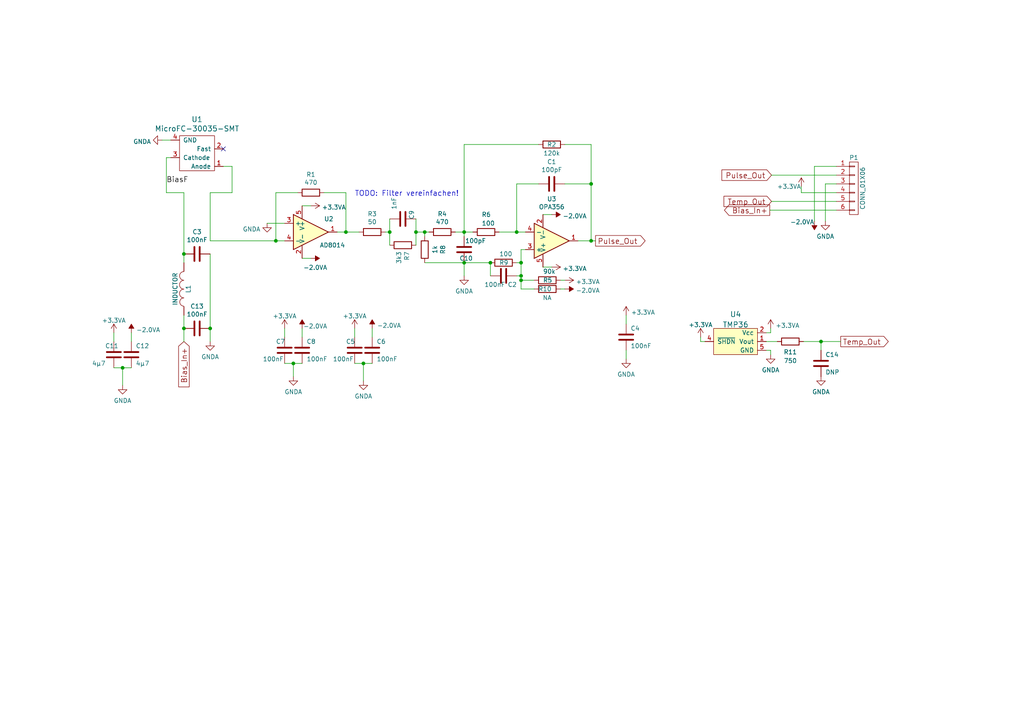
<source format=kicad_sch>
(kicad_sch (version 20211123) (generator eeschema)
  (paper "A4")
  (title_block (title "RadIIs Module") (date "2016-12-15") (rev "1.0b") (company "RadIIS"))
  (lib_symbols
    (symbol "RadIIS_module-rescue:-2.0VA" (power) (pin_names (offset 0))
      (property "Value" "-2.0VA" (at 0 3.81 0))
      (symbol "-2.0VA_0_0"
        (pin power_in line (at 0 0 90) (length 0) hide (name "-2.0VA") (number "1"))
      )
      (symbol "-2.0VA_0_1"
        (polyline (pts (xy 0 0) (xy 0 1.27) (xy 0.762 1.27) (xy 0 2.54) (xy -0.762 1.27) (xy 0 1.27)) (fill (type outline)))
      )
    )
    (symbol "RadIIS_module-rescue:C" (pin_numbers hide) (pin_names (offset 0.254))
      (property "Reference" "C" (at 0.635 2.54 0))
      (property "Value" "C" (at 0.635 -2.54 0))
      (symbol "C_0_1"
        (polyline (pts (xy -2.032 -0.762) (xy 2.032 -0.762)) (stroke (width 0.508)))
        (polyline (pts (xy -2.032 0.762) (xy 2.032 0.762)) (stroke (width 0.508)))
      )
      (symbol "C_1_1"
        (pin passive line (at 0 3.81 270) (length 2.794) (name "~") (number "1"))
        (pin passive line (at 0 -3.81 90) (length 2.794) (name "~") (number "2"))
      )
    )
    (symbol "RadIIS_module-rescue:CONN_01X06" (pin_names (offset 1.016) hide)
      (property "Reference" "P" (at 0 8.89 0))
      (property "Value" "CONN_01X06" (at 2.54 0 90))
      (symbol "CONN_01X06_0_1"
        (rectangle (start -1.27 -6.223) (end 0.254 -6.477))
        (rectangle (start -1.27 -3.683) (end 0.254 -3.937))
        (rectangle (start -1.27 -1.143) (end 0.254 -1.397))
        (rectangle (start -1.27 1.397) (end 0.254 1.143))
        (rectangle (start -1.27 3.937) (end 0.254 3.683))
        (rectangle (start -1.27 6.477) (end 0.254 6.223))
        (rectangle (start -1.27 7.62) (end 1.27 -7.62))
      )
      (symbol "CONN_01X06_1_1"
        (pin passive line (at -5.08 6.35 0) (length 3.81) (name "P1") (number "1"))
        (pin passive line (at -5.08 3.81 0) (length 3.81) (name "P2") (number "2"))
        (pin passive line (at -5.08 1.27 0) (length 3.81) (name "P3") (number "3"))
        (pin passive line (at -5.08 -1.27 0) (length 3.81) (name "P4") (number "4"))
        (pin passive line (at -5.08 -3.81 0) (length 3.81) (name "P5") (number "5"))
        (pin passive line (at -5.08 -6.35 0) (length 3.81) (name "P6") (number "6"))
      )
    )
    (symbol "RadIIS_module-rescue:INDUCTOR" (pin_numbers hide) (pin_names (offset 1.016) hide)
      (property "Reference" "L" (at -1.27 0 90))
      (property "Value" "INDUCTOR" (at 2.54 0 90))
      (symbol "INDUCTOR_0_1"
        (arc (start 0.0254 -5.0546) (mid 1.2449 -3.8097) (end 0.0254 -2.54))
        (arc (start 0.0254 -2.5146) (mid 1.2703 -1.2444) (end 0.0254 0.0508))
        (arc (start 0.0254 0.0254) (mid 1.2703 1.2956) (end 0.0254 2.5908))
        (arc (start 0.0254 2.5654) (mid 1.1941 3.7595) (end 0.0254 4.9784))
      )
      (symbol "INDUCTOR_1_1"
        (pin passive line (at 0 7.62 270) (length 2.54) (name "1") (number "1"))
        (pin passive line (at 0 -7.62 90) (length 2.54) (name "2") (number "2"))
      )
    )
    (symbol "RadIIS_module-rescue:MicroFC-30035-SMT" (pin_names (offset 1.016))
      (property "Reference" "U" (at 3.81 6.35 0))
      (property "Value" "MicroFC-30035-SMT" (at 0 -6.35 0))
      (symbol "MicroFC-30035-SMT_0_1"
        (rectangle (start -5.08 5.08) (end 5.08 -5.08))
      )
      (symbol "MicroFC-30035-SMT_1_1"
        (pin input line (at -7.62 3.81 0) (length 2.54) (name "Anode") (number "1"))
        (pin input line (at -7.62 -1.27 0) (length 2.54) (name "Fast") (number "2"))
        (pin input line (at 7.62 1.27 180) (length 2.54) (name "Cathode") (number "3"))
        (pin input line (at 7.62 -3.81 180) (length 2.54) (name "GND") (number "4"))
      )
    )
    (symbol "RadIIS_module-rescue:OPA356"
      (property "Reference" "U" (at 0 5.08 0))
      (property "Value" "OPA356" (at 0 -5.08 0))
      (symbol "OPA356_0_1"
        (polyline (pts (xy -5.08 5.08) (xy 5.08 0) (xy -5.08 -5.08) (xy -5.08 5.08)) (stroke (width 0.254)) (fill (type background)))
        (pin power_in line (at -2.54 -7.62 90) (length 3.81) (name "V-") (number "2"))
        (pin power_in line (at -2.54 7.62 270) (length 3.81) (name "V+") (number "5"))
      )
      (symbol "OPA356_1_1"
        (pin output line (at 7.62 0 180) (length 2.54) (name "~") (number "1"))
        (pin input line (at -7.62 2.54 0) (length 2.54) (name "+") (number "3"))
        (pin input line (at -7.62 -2.54 0) (length 2.54) (name "-") (number "4"))
      )
    )
    (symbol "RadIIS_module-rescue:R" (pin_numbers hide) (pin_names (offset 0))
      (property "Reference" "R" (at 2.032 0 90))
      (property "Value" "R" (at 0 0 90))
      (symbol "R_0_1"
        (rectangle (start -1.016 -2.54) (end 1.016 2.54) (stroke (width 0.254)))
      )
      (symbol "R_1_1"
        (pin passive line (at 0 3.81 270) (length 1.27) (name "~") (number "1"))
        (pin passive line (at 0 -3.81 90) (length 1.27) (name "~") (number "2"))
      )
    )
    (symbol "RadIIS_module-rescue:TMP36" (pin_names (offset 1.016))
      (property "Reference" "U" (at -5.08 5.08 0))
      (property "Value" "TMP36" (at 2.54 -5.08 0))
      (symbol "TMP36_0_1"
        (rectangle (start -6.35 3.81) (end 6.35 -3.81) (fill (type background)))
      )
      (symbol "TMP36_1_1"
        (pin output line (at 8.89 0 180) (length 2.54) (name "Vout") (number "1"))
        (pin input line (at 8.89 2.54 180) (length 2.54) (name "Vcc") (number "2"))
        (pin no_connect line (at -8.89 -2.54 0) (length 2.54) hide (name "NC") (number "3"))
        (pin input line (at -8.89 0 0) (length 2.54) (name "~{SHDN}") (number "4"))
        (pin input line (at 8.89 -2.54 180) (length 2.54) (name "GND") (number "5"))
      )
    )
    (symbol "power:+3.3VA" (power) (pin_names (offset 0))
      (property "Value" "+3.3VA" (at 0 3.556 0))
      (symbol "+3.3VA_0_1"
        (polyline (pts (xy -0.762 1.27) (xy 0 2.54)))
        (polyline (pts (xy 0 0) (xy 0 2.54)))
        (polyline (pts (xy 0 2.54) (xy 0.762 1.27)))
      )
      (symbol "+3.3VA_1_1"
        (pin power_in line (at 0 0 90) (length 0) hide (name "+3.3VA") (number "1"))
      )
    )
    (symbol "power:GNDA" (power) (pin_names (offset 0))
      (property "Value" "GNDA" (at 0 -3.81 0))
      (symbol "GNDA_0_1"
        (polyline (pts (xy 0 0) (xy 0 -1.27) (xy 1.27 -1.27) (xy 0 -2.54) (xy -1.27 -1.27) (xy 0 -1.27)))
      )
      (symbol "GNDA_1_1"
        (pin power_in line (at 0 0 270) (length 0) hide (name "GNDA") (number "1"))
      )
    )
  )
  (junction (at 85.09 105.41))
  (junction (at 35.56 106.68))
  (junction (at 134.62 67.31))
  (junction (at 151.13 81.28))
  (junction (at 60.96 95.25))
  (junction (at 113.03 67.31))
  (junction (at 120.65 67.31))
  (junction (at 53.34 95.25))
  (junction (at 142.24 76.2))
  (junction (at 80.01 69.85))
  (junction (at 100.33 67.31))
  (junction (at 105.41 105.41))
  (junction (at 123.19 67.31))
  (junction (at 238.125 99.06))
  (junction (at 53.34 73.66))
  (junction (at 171.45 69.85))
  (junction (at 149.86 67.31))
  (junction (at 171.45 53.34))
  (junction (at 151.13 76.2))
  (junction (at 151.13 80.01))
  (junction (at 134.62 76.2))
  (no_connect (at 64.77 43.18))
  (wire (pts (xy 90.17 74.93) (xy 87.63 74.93)))
  (wire (pts (xy 53.34 95.25) (xy 53.34 99.06)))
  (wire (pts (xy 242.57 50.8) (xy 223.774 50.8)))
  (wire (pts (xy 60.96 55.88) (xy 67.31 55.88)))
  (wire (pts (xy 171.45 53.34) (xy 171.45 69.85)))
  (wire (pts (xy 236.22 48.26) (xy 242.57 48.26)))
  (wire (pts (xy 82.55 105.41) (xy 85.09 105.41)))
  (wire (pts (xy 160.02 77.47) (xy 157.48 77.47)))
  (wire (pts (xy 87.63 59.69) (xy 90.17 59.69)))
  (wire (pts (xy 60.96 69.85) (xy 80.01 69.85)))
  (wire (pts (xy 222.25 99.06) (xy 225.425 99.06)))
  (wire (pts (xy 163.83 83.82) (xy 162.56 83.82)))
  (wire (pts (xy 134.62 41.91) (xy 134.62 67.31)))
  (wire (pts (xy 67.31 55.88) (xy 67.31 48.26)))
  (wire (pts (xy 167.64 69.85) (xy 171.45 69.85)))
  (wire (pts (xy 35.56 106.68) (xy 35.56 111.76)))
  (wire (pts (xy 151.13 72.39) (xy 151.13 76.2)))
  (wire (pts (xy 223.52 101.6) (xy 223.52 102.87)))
  (wire (pts (xy 48.26 45.72) (xy 48.26 55.88)))
  (wire (pts (xy 163.83 41.91) (xy 171.45 41.91)))
  (wire (pts (xy 134.62 67.31) (xy 134.62 68.58)))
  (wire (pts (xy 171.45 69.85) (xy 172.72 69.85)))
  (wire (pts (xy 151.13 76.2) (xy 151.13 80.01)))
  (wire (pts (xy 86.36 55.88) (xy 80.01 55.88)))
  (wire (pts (xy 152.4 67.31) (xy 149.86 67.31)))
  (wire (pts (xy 236.22 64.135) (xy 236.22 48.26)))
  (wire (pts (xy 53.34 73.66) (xy 53.34 76.2)))
  (wire (pts (xy 149.86 76.2) (xy 151.13 76.2)))
  (wire (pts (xy 151.13 80.01) (xy 149.86 80.01)))
  (wire (pts (xy 48.26 55.88) (xy 53.34 55.88)))
  (wire (pts (xy 82.55 95.25) (xy 82.55 97.79)))
  (wire (pts (xy 113.03 67.31) (xy 111.76 67.31)))
  (wire (pts (xy 60.96 95.25) (xy 60.96 99.06)))
  (wire (pts (xy 151.13 72.39) (xy 152.4 72.39)))
  (wire (pts (xy 60.96 55.88) (xy 60.96 69.85)))
  (wire (pts (xy 113.03 67.31) (xy 113.03 71.12)))
  (wire (pts (xy 100.33 67.31) (xy 104.14 67.31)))
  (wire (pts (xy 171.45 53.34) (xy 163.83 53.34)))
  (wire (pts (xy 223.774 58.42) (xy 242.57 58.42)))
  (wire (pts (xy 100.33 55.88) (xy 93.98 55.88)))
  (wire (pts (xy 203.2 99.06) (xy 203.2 97.79)))
  (wire (pts (xy 134.62 76.2) (xy 134.62 80.01)))
  (wire (pts (xy 60.96 73.66) (xy 60.96 95.25)))
  (wire (pts (xy 242.57 53.34) (xy 239.395 53.34)))
  (wire (pts (xy 97.79 67.31) (xy 100.33 67.31)))
  (wire (pts (xy 223.52 95.25) (xy 223.52 96.52)))
  (wire (pts (xy 53.34 91.44) (xy 53.34 95.25)))
  (wire (pts (xy 85.09 105.41) (xy 87.63 105.41)))
  (wire (pts (xy 53.34 55.88) (xy 53.34 73.66)))
  (wire (pts (xy 120.65 67.31) (xy 123.19 67.31)))
  (wire (pts (xy 163.83 81.28) (xy 162.56 81.28)))
  (wire (pts (xy 151.13 83.82) (xy 154.94 83.82)))
  (wire (pts (xy 123.19 67.31) (xy 124.46 67.31)))
  (wire (pts (xy 35.56 106.68) (xy 38.1 106.68)))
  (wire (pts (xy 80.01 69.85) (xy 82.55 69.85)))
  (wire (pts (xy 67.31 48.26) (xy 64.77 48.26)))
  (wire (pts (xy 102.87 105.41) (xy 105.41 105.41)))
  (wire (pts (xy 142.24 76.2) (xy 142.24 80.01)))
  (wire (pts (xy 151.13 81.28) (xy 151.13 83.82)))
  (wire (pts (xy 134.62 67.31) (xy 132.08 67.31)))
  (wire (pts (xy 80.01 55.88) (xy 80.01 69.85)))
  (wire (pts (xy 151.13 80.01) (xy 151.13 81.28)))
  (wire (pts (xy 87.63 97.79) (xy 87.63 95.25)))
  (wire (pts (xy 137.16 67.31) (xy 134.62 67.31)))
  (wire (pts (xy 49.53 45.72) (xy 48.26 45.72)))
  (wire (pts (xy 156.21 41.91) (xy 134.62 41.91)))
  (wire (pts (xy 38.1 96.52) (xy 38.1 99.06)))
  (wire (pts (xy 238.125 99.06) (xy 238.125 101.6)))
  (wire (pts (xy 120.65 67.31) (xy 120.65 71.12)))
  (wire (pts (xy 154.94 81.28) (xy 151.13 81.28)))
  (wire (pts (xy 204.47 99.06) (xy 203.2 99.06)))
  (wire (pts (xy 171.45 41.91) (xy 171.45 53.34)))
  (wire (pts (xy 242.57 55.88) (xy 232.41 55.88)))
  (wire (pts (xy 120.65 63.5) (xy 120.65 67.31)))
  (wire (pts (xy 242.57 60.96) (xy 223.266 60.96)))
  (wire (pts (xy 134.62 76.2) (xy 142.24 76.2)))
  (wire (pts (xy 232.41 54.102) (xy 232.41 55.88)))
  (wire (pts (xy 85.09 105.41) (xy 85.09 109.22)))
  (wire (pts (xy 238.125 99.06) (xy 243.84 99.06)))
  (wire (pts (xy 107.95 95.25) (xy 107.95 97.79)))
  (wire (pts (xy 123.19 76.2) (xy 134.62 76.2)))
  (wire (pts (xy 46.99 40.64) (xy 49.53 40.64)))
  (wire (pts (xy 181.61 91.44) (xy 181.61 93.98)))
  (wire (pts (xy 222.25 101.6) (xy 223.52 101.6)))
  (wire (pts (xy 181.61 101.6) (xy 181.61 104.14)))
  (wire (pts (xy 105.41 105.41) (xy 105.41 110.49)))
  (wire (pts (xy 113.03 63.5) (xy 113.03 67.31)))
  (wire (pts (xy 233.045 99.06) (xy 238.125 99.06)))
  (wire (pts (xy 102.87 95.25) (xy 102.87 97.79)))
  (wire (pts (xy 82.55 64.77) (xy 77.47 64.77)))
  (wire (pts (xy 149.86 67.31) (xy 149.86 53.34)))
  (wire (pts (xy 105.41 105.41) (xy 107.95 105.41)))
  (wire (pts (xy 33.02 96.52) (xy 33.02 99.06)))
  (wire (pts (xy 160.02 62.23) (xy 157.48 62.23)))
  (wire (pts (xy 223.52 96.52) (xy 222.25 96.52)))
  (wire (pts (xy 123.19 68.58) (xy 123.19 67.31)))
  (wire (pts (xy 149.86 67.31) (xy 144.78 67.31)))
  (wire (pts (xy 149.86 53.34) (xy 156.21 53.34)))
  (wire (pts (xy 33.02 106.68) (xy 35.56 106.68)))
  (wire (pts (xy 239.395 53.34) (xy 239.395 64.135)))
  (wire (pts (xy 100.33 67.31) (xy 100.33 55.88)))
  (text "TODO: Filter vereinfachen!" (at 102.87 57.15 0) (effects (font (size 1.524 1.524)) (justify left bottom)))
  (label "BiasF" (at 48.26 53.34 0) (effects (font (size 1.524 1.524))))
  (global_label "Temp_Out" (shape input) (at 223.774 58.42 180) (effects (font (size 1.524 1.524))) (property "Intersheet References" "${INTERSHEET_REFS}" (effects hide)))
  (global_label "Temp_Out" (shape output) (at 243.84 99.06 0) (effects (font (size 1.524 1.524))) (property "Intersheet References" "${INTERSHEET_REFS}" (effects hide)))
  (global_label "Bias_In+" (shape output) (at 223.266 60.96 180) (effects (font (size 1.5494 1.5494))) (property "Intersheet References" "${INTERSHEET_REFS}" (effects hide)))
  (global_label "Pulse_Out" (shape output) (at 172.72 69.85 0) (effects (font (size 1.5494 1.5494))) (property "Intersheet References" "${INTERSHEET_REFS}" (effects hide)))
  (global_label "Bias_In+" (shape input) (at 53.34 99.06 270) (effects (font (size 1.5494 1.5494))) (property "Intersheet References" "${INTERSHEET_REFS}" (effects hide)))
  (global_label "Pulse_Out" (shape input) (at 223.774 50.8 180) (effects (font (size 1.5494 1.5494))) (property "Intersheet References" "${INTERSHEET_REFS}" (effects hide)))
  (symbol (lib_id "RadIIS_module-rescue:C") (at 57.15 73.66 270) (unit 1)
    (property "Reference" "C3" (at 57.15 67.2592 90))
    (property "Value" "100nF" (at 57.15 69.5706 90))
    (property "Footprint" "Capacitor_SMD:C_0603_1608Metric" (effects hide))
    (property "Digikey Nr" "1292-1392-1-ND" (effects hide))
    (property "Digikey Price" "0.09" (effects hide))
  )
  (symbol (lib_id "RadIIS_module-rescue:R") (at 90.17 55.88 270) (unit 1)
    (property "Reference" "R1" (at 90.17 50.6222 90))
    (property "Value" "470" (at 90.17 52.9336 90))
    (property "Footprint" "Resistor_SMD:R_0603_1608Metric" (effects hide))
    (property "Digikey Nr" " 311-470HRCT-ND " (effects hide))
    (property "Digikey Price" "0.09" (effects hide))
  )
  (symbol (lib_id "RadIIS_module-rescue:R") (at 107.95 67.31 270) (unit 1)
    (property "Reference" "R3" (at 107.95 62.0522 90))
    (property "Value" "50" (at 107.95 64.3636 90))
    (property "Footprint" "Resistor_SMD:R_0603_1608Metric" (effects hide))
    (property "Digikey Nr" " 311-51.0HRCT-ND " (effects hide))
    (property "Digikey Price" "0.09" (effects hide))
  )
  (symbol (lib_id "RadIIS_module-rescue:C") (at 146.05 80.01 270) (unit 1)
    (property "Reference" "C2" (at 148.59 82.55 90))
    (property "Value" "100nF" (at 143.51 82.55 90))
    (property "Footprint" "Capacitor_SMD:C_0603_1608Metric" (effects hide))
    (property "Digikey Nr" " 1292-1392-1-ND" (effects hide))
    (property "Digikey Price" "0.09" (effects hide))
  )
  (symbol (lib_id "RadIIS_module-rescue:C") (at 160.02 53.34 270) (unit 1)
    (property "Reference" "C1" (at 160.02 46.9392 90))
    (property "Value" "100pF" (at 160.02 49.2506 90))
    (property "Footprint" "Capacitor_SMD:C_0603_1608Metric" (effects hide))
    (property "Digikey Nr" "311-1069-1-ND " (effects hide))
    (property "Digikey Price" "0.09" (effects hide))
  )
  (symbol (lib_id "RadIIS_module-rescue:R") (at 160.02 41.91 270) (unit 1)
    (property "Reference" "R2" (at 160.02 41.91 90))
    (property "Value" "120k" (at 160.02 44.45 90))
    (property "Footprint" "Resistor_SMD:R_0603_1608Metric" (effects hide))
    (property "Digikey Nr" " 311-120KHRCT-ND " (effects hide))
    (property "Digikey Price" "0.09" (effects hide))
  )
  (symbol (lib_id "RadIIS_module-rescue:C") (at 82.55 101.6 180) (unit 1)
    (property "Reference" "C7" (at 80.01 99.06 0) (effects (justify right)))
    (property "Value" "100nF" (at 76.2 104.14 0) (effects (justify right)))
    (property "Footprint" "Capacitor_SMD:C_0603_1608Metric" (effects hide))
    (property "Digikey Nr" " 1292-1392-1-ND" (effects hide))
    (property "Digikey Price" "0.09" (effects hide))
  )
  (symbol (lib_id "RadIIS_module-rescue:C") (at 87.63 101.6 180) (unit 1)
    (property "Reference" "C8" (at 88.9 99.06 0) (effects (justify right)))
    (property "Value" "100nF" (at 88.9 104.14 0) (effects (justify right)))
    (property "Footprint" "Capacitor_SMD:C_0603_1608Metric" (effects hide))
    (property "Digikey Nr" " 1292-1392-1-ND" (effects hide))
    (property "Digikey Price" "0.09" (effects hide))
  )
  (symbol (lib_id "RadIIS_module-rescue:C") (at 102.87 101.6 180) (unit 1)
    (property "Reference" "C5" (at 100.33 99.06 0) (effects (justify right)))
    (property "Value" "100nF" (at 96.52 104.14 0) (effects (justify right)))
    (property "Footprint" "Capacitor_SMD:C_0603_1608Metric" (effects hide))
    (property "Digikey Nr" " 1292-1392-1-ND" (effects hide))
    (property "Digikey Price" "0.09" (effects hide))
  )
  (symbol (lib_id "RadIIS_module-rescue:C") (at 107.95 101.6 180) (unit 1)
    (property "Reference" "C6" (at 109.22 99.06 0) (effects (justify right)))
    (property "Value" "100nF" (at 109.22 104.14 0) (effects (justify right)))
    (property "Footprint" "Capacitor_SMD:C_0603_1608Metric" (effects hide))
    (property "Digikey Nr" " 1292-1392-1-ND" (effects hide))
    (property "Digikey Price" "0.09" (effects hide))
  )
  (symbol (lib_id "RadIIS_module-rescue:C") (at 181.61 97.79 180) (unit 1)
    (property "Reference" "C4" (at 182.88 95.25 0) (effects (justify right)))
    (property "Value" "100nF" (at 182.88 100.33 0) (effects (justify right)))
    (property "Footprint" "Capacitor_SMD:C_0603_1608Metric" (effects hide))
    (property "Digikey Nr" " 1292-1392-1-ND" (effects hide))
    (property "Digikey Price" "0.09" (effects hide))
  )
  (symbol (lib_id "RadIIS_module-rescue:OPA356") (at 90.17 67.31 0) (unit 1)
    (property "Reference" "U2" (at 93.98 63.5 0) (effects (justify left)))
    (property "Value" "AD8014" (at 92.71 71.12 0) (effects (justify left)))
    (property "Footprint" "Package_TO_SOT_SMD:SOT-23-5" (effects hide))
    (property "Digikey Nr" " AD8014ARTZ-REEL7CT-ND" (effects hide))
    (property "Digikey Price" "2.57" (effects hide))
  )
  (symbol (lib_id "RadIIS_module-rescue:OPA356") (at 160.02 69.85 0) (mirror x) (unit 1)
    (property "Reference" "U3" (at 160.02 57.7088 0))
    (property "Value" "OPA356" (at 160.02 60.0202 0))
    (property "Footprint" "Package_TO_SOT_SMD:SOT-23-5" (effects hide))
    (property "Digikey Nr" " 296-32191-1-ND" (effects hide))
    (property "Digikey Price" "1.68" (effects hide))
  )
  (symbol (lib_id "RadIIS_module-rescue:R") (at 116.84 71.12 90) (unit 1)
    (property "Reference" "R7" (at 118.0084 72.898 0) (effects (justify right)))
    (property "Value" "3k3" (at 115.697 72.898 0) (effects (justify right)))
    (property "Footprint" "Resistor_SMD:R_0603_1608Metric" (effects hide))
    (property "Digikey Nr" " 311-3.30KHRCT-ND " (effects hide))
    (property "Digikey Price" "0.09" (effects hide))
  )
  (symbol (lib_id "RadIIS_module-rescue:C") (at 116.84 63.5 90) (unit 1)
    (property "Reference" "C9" (at 119.38 60.96 0) (effects (justify right)))
    (property "Value" "1nF" (at 114.3 57.15 0) (effects (justify right)))
    (property "Footprint" "Capacitor_SMD:C_0603_1608Metric" (effects hide))
    (property "Digikey Nr" "1292-1475-1-ND" (effects hide))
    (property "Digikey Price" "0.12" (effects hide))
  )
  (symbol (lib_id "RadIIS_module-rescue:R") (at 128.27 67.31 270) (unit 1)
    (property "Reference" "R4" (at 128.27 62.0522 90))
    (property "Value" "470" (at 128.27 64.3636 90))
    (property "Footprint" "Resistor_SMD:R_0603_1608Metric" (effects hide))
    (property "Digikey Nr" " 311-470HRCT-ND " (effects hide))
    (property "Digikey Price" "0.09" (effects hide))
  )
  (symbol (lib_id "RadIIS_module-rescue:R") (at 123.19 72.39 180) (unit 1)
    (property "Reference" "R8" (at 128.4478 72.39 90))
    (property "Value" "1k" (at 126.1364 72.39 90))
    (property "Footprint" "Resistor_SMD:R_0603_1608Metric" (effects hide))
    (property "Digikey Nr" "311-1.00KHRCT-ND" (effects hide))
    (property "Digikey Price" "0.09" (effects hide))
  )
  (symbol (lib_id "RadIIS_module-rescue:C") (at 134.62 72.39 0) (unit 1)
    (property "Reference" "C10" (at 137.16 74.93 0) (effects (justify right)))
    (property "Value" "100pF" (at 140.97 69.85 0) (effects (justify right)))
    (property "Footprint" "Capacitor_SMD:C_0603_1608Metric" (effects hide))
    (property "Digikey Nr" "311-1069-1-ND " (effects hide))
    (property "Digikey Price" "0.09" (effects hide))
  )
  (symbol (lib_id "RadIIS_module-rescue:R") (at 140.97 67.31 90) (unit 1)
    (property "Reference" "R6" (at 139.7 62.23 90) (effects (justify right)))
    (property "Value" "100" (at 139.7 64.77 90) (effects (justify right)))
    (property "Footprint" "Resistor_SMD:R_0603_1608Metric" (effects hide))
    (property "Digikey Nr" "311-100HRCT-ND" (effects hide))
    (property "Digikey Price" "0.09" (effects hide))
  )
  (symbol (lib_id "RadIIS_module-rescue:R") (at 146.05 76.2 90) (unit 1)
    (property "Reference" "R9" (at 144.78 76.2 90) (effects (justify right)))
    (property "Value" "100" (at 144.78 73.66 90) (effects (justify right)))
    (property "Footprint" "Resistor_SMD:R_0603_1608Metric" (effects hide))
    (property "Digikey Nr" "311-100HRCT-ND" (effects hide))
    (property "Digikey Price" "0.09" (effects hide))
  )
  (symbol (lib_id "RadIIS_module-rescue:MicroFC-30035-SMT") (at 57.15 44.45 180) (unit 1)
    (property "Reference" "U1" (at 57.15 34.6202 0) (effects (font (size 1.524 1.524))))
    (property "Value" "MicroFC-30035-SMT" (at 57.15 37.3126 0) (effects (font (size 1.524 1.524))))
    (property "Footprint" "RadIIS_footprints_NEW:MicroFC-30035-SMT-C1" (effects hide))
    (property "Comment" "Maybe 20u/50u CellSize? Mouser: 44 Euro" (effects hide))
    (property "Digikey Nr" " MICROFC-30035-SMT-TR1OS-ND" (effects hide))
    (property "Digikey Price" "49.96" (effects hide))
  )
  (symbol (lib_id "RadIIS_module-rescue:TMP36") (at 213.36 99.06 0) (unit 1)
    (property "Reference" "U4" (at 213.36 91.1659 0) (effects (font (size 1.524 1.524))))
    (property "Value" "TMP36" (at 213.36 94.1593 0) (effects (font (size 1.524 1.524))))
    (property "Footprint" "Package_TO_SOT_SMD:SOT-23-5" (effects hide))
    (property "Digikey Nr" " TMP36GRTZ-REEL7CT-ND " (effects hide))
    (property "Digikey Price" "1.59" (effects hide))
  )
  (symbol (lib_id "RadIIS_module-rescue:CONN_01X06") (at 247.65 54.61 0) (unit 1)
    (property "Reference" "P1" (at 247.65 45.72 0))
    (property "Value" "CONN_01X06" (at 250.19 54.61 90))
    (property "Footprint" "RadIIS_footprints_NEW:CardEdgeConnector" (effects hide))
    (property "Digikey Nr" "NA" (effects hide))
  )
  (symbol (lib_id "RadIIS_module-rescue:C") (at 33.02 102.87 180) (unit 1)
    (property "Reference" "C11" (at 30.48 100.33 0) (effects (justify right)))
    (property "Value" "4µ7" (at 26.67 105.41 0) (effects (justify right)))
    (property "Footprint" "Capacitor_SMD:C_1206_3216Metric" (effects hide))
    (property "Digikey Nr" " 1276-3181-1-ND" (effects hide))
    (property "Digikey Price" "0.22" (effects hide))
  )
  (symbol (lib_id "RadIIS_module-rescue:C") (at 38.1 102.87 180) (unit 1)
    (property "Reference" "C12" (at 39.37 100.33 0) (effects (justify right)))
    (property "Value" "4µ7" (at 39.37 105.41 0) (effects (justify right)))
    (property "Footprint" "Capacitor_SMD:C_1206_3216Metric" (effects hide))
    (property "Digikey Nr" " 1276-3181-1-ND" (effects hide))
    (property "Digikey Price" "0.22" (effects hide))
  )
  (symbol (lib_id "RadIIS_module-rescue:C") (at 57.15 95.25 270) (unit 1)
    (property "Reference" "C13" (at 57.15 88.8492 90))
    (property "Value" "100nF" (at 57.15 91.1606 90))
    (property "Footprint" "Capacitor_SMD:C_0603_1608Metric" (effects hide))
    (property "Digikey Nr" " 1292-1392-1-ND" (effects hide))
    (property "Digikey Price" "0.09" (effects hide))
  )
  (symbol (lib_id "RadIIS_module-rescue:INDUCTOR") (at 53.34 83.82 180) (unit 1)
    (property "Reference" "L1" (at 54.61 83.82 90))
    (property "Value" "INDUCTOR" (at 50.8 83.82 90))
    (property "Footprint" "Inductor_SMD:L_1206_3216Metric" (effects hide))
    (property "Comment" "100Ohm 1206?" (effects hide))
    (property "Digikey Nr" " 240-2413-1-ND " (effects hide))
    (property "Digikey Price" "0.17" (effects hide))
  )
  (symbol (lib_id "RadIIS_module-rescue:R") (at 158.75 81.28 90) (unit 1)
    (property "Reference" "R5" (at 157.48 81.28 90) (effects (justify right)))
    (property "Value" "90k" (at 157.48 78.74 90) (effects (justify right)))
    (property "Footprint" "Resistor_SMD:R_0603_1608Metric" (effects hide))
    (property "Digikey Nr" " 311-90.9KHRCT-ND " (effects hide))
    (property "Digikey Price" "0.09" (effects hide))
  )
  (symbol (lib_id "RadIIS_module-rescue:R") (at 158.75 83.82 270) (unit 1)
    (property "Reference" "R10" (at 160.02 83.82 90) (effects (justify right)))
    (property "Value" "NA" (at 160.02 86.36 90) (effects (justify right)))
    (property "Footprint" "Resistor_SMD:R_0603_1608Metric" (effects hide))
    (property "Digikey Nr" "NA" (effects hide))
  )
  (symbol (lib_id "power:GNDA") (at 35.56 111.76 0) (unit 1)
    (property "Reference" "#PWR02" (effects hide))
    (property "Value" "GNDA" (at 35.56 116.2034 0))
  )
  (symbol (lib_id "power:+3.3VA") (at 90.17 59.69 270) (unit 1)
    (property "Reference" "#PWR010" (effects hide))
    (property "Value" "+3.3VA" (at 93.345 60.1238 90) (effects (justify left)))
  )
  (symbol (lib_id "RadIIS_module-rescue:C") (at 238.125 105.41 180) (unit 1)
    (property "Reference" "C14" (at 239.395 102.87 0) (effects (justify right)))
    (property "Value" "DNP" (at 239.395 107.95 0) (effects (justify right)))
    (property "Footprint" "Capacitor_SMD:C_0603_1608Metric" (effects hide))
  )
  (symbol (lib_id "power:GNDA") (at 181.61 104.14 0) (unit 1)
    (property "Reference" "#PWR020" (effects hide))
    (property "Value" "GNDA" (at 181.61 108.5834 0))
  )
  (symbol (lib_id "power:+3.3VA") (at 203.2 97.79 0) (unit 1)
    (property "Reference" "#PWR021" (effects hide))
    (property "Value" "+3.3VA" (at 203.2 94.2142 0))
  )
  (symbol (lib_id "power:+3.3VA") (at 232.41 54.102 0) (unit 1)
    (property "Reference" "#PWR024" (effects hide))
    (property "Value" "+3.3VA" (at 228.854 54.102 0))
  )
  (symbol (lib_id "power:GNDA") (at 239.395 64.135 0) (unit 1)
    (property "Reference" "#PWR027" (effects hide))
    (property "Value" "GNDA" (at 239.395 68.5784 0))
  )
  (symbol (lib_id "power:+3.3VA") (at 82.55 95.25 0) (unit 1)
    (property "Reference" "#PWR07" (effects hide))
    (property "Value" "+3.3VA" (at 82.55 91.6742 0))
  )
  (symbol (lib_id "power:GNDA") (at 46.99 40.64 270) (unit 1)
    (property "Reference" "#PWR04" (effects hide))
    (property "Value" "GNDA" (at 43.815 41.0738 90) (effects (justify right)))
  )
  (symbol (lib_id "power:+3.3VA") (at 102.87 95.25 0) (unit 1)
    (property "Reference" "#PWR012" (effects hide))
    (property "Value" "+3.3VA" (at 102.87 91.6742 0))
  )
  (symbol (lib_id "power:GNDA") (at 60.96 99.06 0) (unit 1)
    (property "Reference" "#PWR05" (effects hide))
    (property "Value" "GNDA" (at 60.96 103.5034 0))
  )
  (symbol (lib_id "power:+3.3VA") (at 223.52 95.25 0) (unit 1)
    (property "Reference" "#PWR022" (effects hide))
    (property "Value" "+3.3VA" (at 224.917 94.4138 0) (effects (justify left)))
  )
  (symbol (lib_id "RadIIS_module-rescue:-2.0VA") (at 163.83 83.82 270) (unit 1)
    (property "Reference" "#PWR018" (effects hide))
    (property "Value" "-2.0VA" (at 167.005 84.2538 90) (effects (justify left)))
  )
  (symbol (lib_id "power:GNDA") (at 238.125 109.22 0) (unit 1)
    (property "Reference" "#PWR026" (effects hide))
    (property "Value" "GNDA" (at 238.125 113.6634 0))
  )
  (symbol (lib_id "power:GNDA") (at 77.47 64.77 0) (unit 1)
    (property "Reference" "#PWR06" (effects hide))
    (property "Value" "GNDA" (at 75.565 66.4738 0) (effects (justify right)))
  )
  (symbol (lib_id "RadIIS_module-rescue:-2.0VA") (at 160.02 62.23 270) (unit 1)
    (property "Reference" "#PWR015" (effects hide))
    (property "Value" "-2.0VA" (at 163.195 62.6638 90) (effects (justify left)))
  )
  (symbol (lib_id "power:GNDA") (at 223.52 102.87 0) (unit 1)
    (property "Reference" "#PWR023" (effects hide))
    (property "Value" "GNDA" (at 223.52 107.3134 0))
  )
  (symbol (lib_id "power:+3.3VA") (at 163.83 81.28 270) (unit 1)
    (property "Reference" "#PWR017" (effects hide))
    (property "Value" "+3.3VA" (at 167.005 81.7138 90) (effects (justify left)))
  )
  (symbol (lib_id "RadIIS_module-rescue:-2.0VA") (at 236.22 64.135 180) (unit 1)
    (property "Reference" "#PWR025" (effects hide))
    (property "Value" "-2.0VA" (at 232.664 64.389 0))
  )
  (symbol (lib_id "RadIIS_module-rescue:-2.0VA") (at 38.1 96.52 0) (unit 1)
    (property "Reference" "#PWR03" (effects hide))
    (property "Value" "-2.0VA" (at 39.497 95.6838 0) (effects (justify left)))
  )
  (symbol (lib_id "RadIIS_module-rescue:-2.0VA") (at 90.17 74.93 270) (unit 1)
    (property "Reference" "#PWR011" (effects hide))
    (property "Value" "-2.0VA" (at 91.44 77.5954 90))
  )
  (symbol (lib_id "power:GNDA") (at 134.62 80.01 0) (unit 1)
    (property "Reference" "#PWR014" (effects hide))
    (property "Value" "GNDA" (at 134.62 84.4534 0))
  )
  (symbol (lib_id "RadIIS_module-rescue:-2.0VA") (at 107.95 95.25 0) (unit 1)
    (property "Reference" "#PWR013" (effects hide))
    (property "Value" "-2.0VA" (at 109.347 94.4138 0) (effects (justify left)))
  )
  (symbol (lib_id "power:GNDA") (at 85.09 109.22 0) (unit 1)
    (property "Reference" "#PWR08" (effects hide))
    (property "Value" "GNDA" (at 85.09 113.6634 0))
  )
  (symbol (lib_id "RadIIS_module-rescue:-2.0VA") (at 87.63 95.25 0) (unit 1)
    (property "Reference" "#PWR09" (effects hide))
    (property "Value" "-2.0VA" (at 91.44 94.615 0))
  )
  (symbol (lib_id "power:+3.3VA") (at 160.02 77.47 270) (unit 1)
    (property "Reference" "#PWR016" (effects hide))
    (property "Value" "+3.3VA" (at 163.195 77.9038 90) (effects (justify left)))
  )
  (symbol (lib_id "RadIIS_module-rescue:R") (at 229.235 99.06 90) (unit 1)
    (property "Reference" "R11" (at 229.235 102.1064 90))
    (property "Value" "750" (at 229.235 104.6433 90))
    (property "Footprint" "Resistor_SMD:R_0603_1608Metric" (effects hide))
    (property "Digikey Nr" "311-100HRCT-ND" (effects hide))
    (property "Digikey Price" "0.09" (effects hide))
  )
  (symbol (lib_id "power:+3.3VA") (at 181.61 91.44 0) (unit 1)
    (property "Reference" "#PWR019" (effects hide))
    (property "Value" "+3.3VA" (at 183.007 90.6038 0) (effects (justify left)))
  )
  (symbol (lib_id "power:+3.3VA") (at 33.02 96.52 0) (unit 1)
    (property "Reference" "#PWR01" (effects hide))
    (property "Value" "+3.3VA" (at 33.02 92.9442 0))
  )
  (symbol (lib_id "power:GNDA") (at 105.41 110.49 0) (unit 1)
    (property "Reference" "#PWR0101" (effects hide))
    (property "Value" "GNDA" (at 105.41 114.9334 0))
  )
)
</source>
